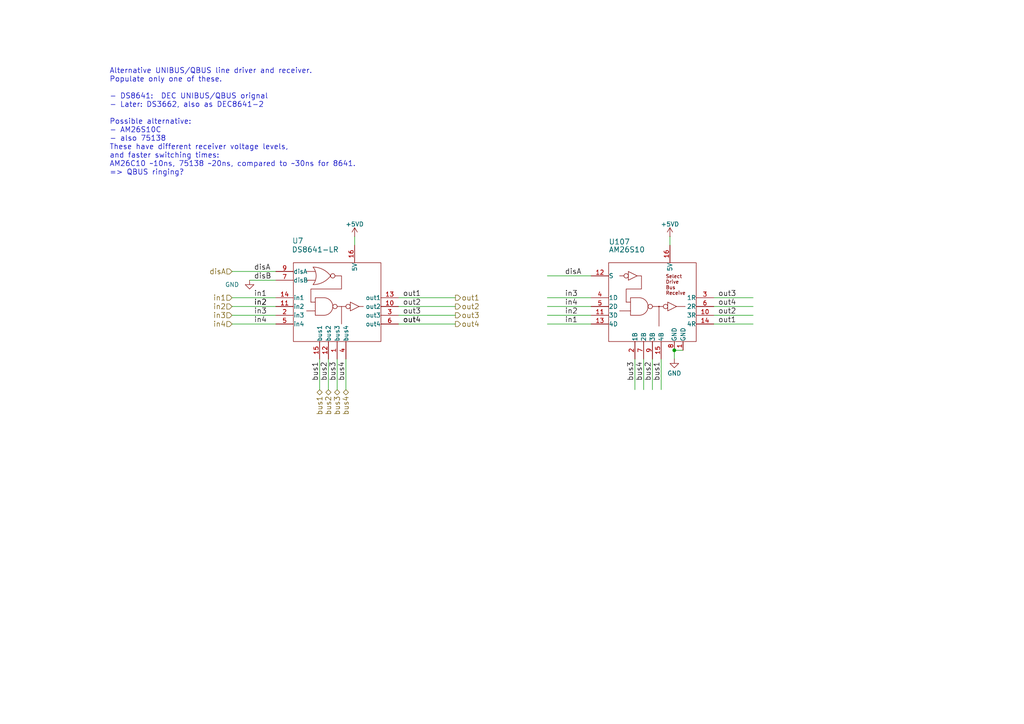
<source format=kicad_sch>
(kicad_sch (version 20231120) (generator "eeschema") (generator_version "8.0")
  (paper "A4")
  (title_block (date "2024-07-15"))
  (lib_symbols
    (symbol "+5VD_1" (power) (pin_numbers hide) (pin_names (offset 0) hide)
      (property "Value" "+5VD" (at 0 3.556 0))
      (symbol "+5VD_1_0_1"
        (polyline (pts (xy -0.762 1.27) (xy 0 2.54)))
        (polyline (pts (xy 0 0) (xy 0 2.54)))
        (polyline (pts (xy 0 2.54) (xy 0.762 1.27)))
      )
      (symbol "+5VD_1_1_1"
        (pin power_in line (at 0 0 90) (length 0) (name "~") (number "1"))
      )
    )
    (symbol "GND_1" (power) (pin_numbers hide) (pin_names (offset 0) hide)
      (property "Value" "GND" (at 0 -3.81 0))
      (symbol "GND_1_0_1"
        (polyline (pts (xy 0 0) (xy 0 -1.27) (xy 1.27 -1.27) (xy 0 -2.54) (xy -1.27 -1.27) (xy 0 -1.27)))
      )
      (symbol "GND_1_1_1"
        (pin power_in line (at 0 0 270) (length 0) (name "~") (number "1"))
      )
    )
    (symbol "jh:AM26S10" (pin_names (offset 0.0254))
      (property "Reference" "U" (at 10.16 19.05 0))
      (property "Value" "AM26S10" (at -6.35 19.05 0))
      (symbol "AM26S10_0_1"
        (rectangle (start -12.7 17.78) (end 12.7 -5.08))
        (circle (center -7.62 13.97) (radius 0.635))
        (arc (start -3.81 2.54) (mid -1.281 5.08) (end -3.81 7.62))
        (circle (center -0.635 5.08) (radius 0.635))
        (polyline (pts (xy -9.525 3.81) (xy -6.35 3.81)))
        (polyline (pts (xy -8.255 13.97) (xy -9.525 13.97)))
        (polyline (pts (xy -7.62 6.35) (xy -6.35 6.35)))
        (polyline (pts (xy -6.35 2.54) (xy -3.81 2.54)))
        (polyline (pts (xy -6.35 7.62) (xy -6.35 2.54)))
        (polyline (pts (xy -6.35 7.62) (xy -3.81 7.62)))
        (polyline (pts (xy 0 5.08) (xy 3.175 5.08)))
        (polyline (pts (xy 6.985 5.08) (xy 9.525 5.08)))
        (polyline (pts (xy -6.985 15.24) (xy -6.985 12.7) (xy -4.445 13.97) (xy -6.985 15.24)))
        (polyline (pts (xy 4.445 6.35) (xy 4.445 3.81) (xy 6.985 5.08) (xy 4.445 6.35)))
        (polyline (pts (xy -7.62 6.35) (xy -7.62 10.16) (xy -3.175 10.16) (xy -3.175 13.97) (xy -4.445 13.97)))
        (circle (center 3.81 5.08) (radius 0.635))
      )
      (symbol "AM26S10_1_1"
        (polyline (pts (xy 1.905 5.08) (xy 1.905 -0.635)))
        (circle (center 1.905 5.08) (radius 0.0001))
        (circle (center 1.905 5.08) (radius 0.127))
        (text "Select\nDrive\nBus\nReceive" (at 3.81 11.43 0) (effects (font (size 1 1)) (justify left)))
        (pin power_in line (at 8.89 -7.62 90) (length 2.54) (name "GND") (number "1"))
        (pin output line (at 17.78 2.54 180) (length 5.08) (name "3R") (number "10"))
        (pin input line (at -17.78 2.54 0) (length 5.08) (name "3D") (number "11"))
        (pin input line (at -17.78 13.97 0) (length 5.08) (name "S") (number "12"))
        (pin input line (at -17.78 0 0) (length 5.08) (name "4D") (number "13"))
        (pin output line (at 17.78 0 180) (length 5.08) (name "4R") (number "14"))
        (pin open_collector line (at 2.54 -10.16 90) (length 5.08) (name "4B") (number "15"))
        (pin power_in line (at 5.08 22.86 270) (length 5.08) (name "5V") (number "16"))
        (pin open_collector line (at -5.08 -10.16 90) (length 5.08) (name "1B") (number "2"))
        (pin output line (at 17.78 7.62 180) (length 5.08) (name "1R") (number "3"))
        (pin input line (at -17.78 7.62 0) (length 5.08) (name "1D") (number "4"))
        (pin input line (at -17.78 5.08 0) (length 5.08) (name "2D") (number "5"))
        (pin output line (at 17.78 5.08 180) (length 5.08) (name "2R") (number "6"))
        (pin open_collector line (at -2.54 -10.16 90) (length 5.08) (name "2B") (number "7"))
        (pin power_in line (at 6.35 -7.62 90) (length 2.54) (name "GND") (number "8"))
        (pin open_collector line (at 0 -10.16 90) (length 5.08) (name "3B") (number "9"))
      )
    )
    (symbol "jh:DS8641-LR" (pin_names (offset 0.0254))
      (property "Reference" "U" (at 10.16 19.05 0))
      (property "Value" "DS8641-LR" (at -6.35 19.05 0))
      (symbol "DS8641-LR_0_1"
        (rectangle (start -12.7 17.78) (end 12.7 -5.08))
        (arc (start -6.985 11.43) (mid -6.094 13.97) (end -6.985 16.51))
        (arc (start -6.985 11.43) (mid -4.1452 12.1004) (end -1.905 13.97))
        (arc (start -3.81 2.54) (mid -1.281 5.08) (end -3.81 7.62))
        (arc (start -1.905 13.97) (mid -4.1452 15.8396) (end -6.985 16.51))
        (circle (center -1.27 13.97) (radius 0.635))
        (circle (center -0.635 5.08) (radius 0.635))
        (polyline (pts (xy -8.89 3.81) (xy -6.35 3.81)))
        (polyline (pts (xy -8.89 12.7) (xy -6.35 12.7)))
        (polyline (pts (xy -8.89 15.24) (xy -6.35 15.24)))
        (polyline (pts (xy -7.62 6.35) (xy -6.35 6.35)))
        (polyline (pts (xy -6.35 2.54) (xy -3.81 2.54)))
        (polyline (pts (xy -6.35 7.62) (xy -6.35 2.54)))
        (polyline (pts (xy -6.35 7.62) (xy -3.81 7.62)))
        (polyline (pts (xy 0 5.08) (xy 2.54 5.08)))
        (polyline (pts (xy 1.27 5.08) (xy 1.27 0)))
        (polyline (pts (xy 6.35 5.08) (xy 7.62 5.08)))
        (polyline (pts (xy 3.81 6.35) (xy 3.81 3.81) (xy 6.35 5.08) (xy 3.81 6.35)))
        (polyline (pts (xy -7.62 6.35) (xy -7.62 10.16) (xy 1.27 10.16) (xy 1.27 13.97) (xy -0.635 13.97)))
        (circle (center 3.175 5.08) (radius 0.635))
        (pin input line (at -17.78 12.7 0) (length 5.08) (name "disB") (number "7"))
        (pin input line (at -17.78 15.24 0) (length 5.08) (name "disA") (number "9"))
      )
      (symbol "DS8641-LR_1_1"
        (pin open_collector line (at 0 -10.16 90) (length 5.08) (name "bus3") (number "1"))
        (pin output line (at 17.78 5.08 180) (length 5.08) (name "out2") (number "10"))
        (pin input line (at -17.78 5.08 0) (length 5.08) (name "in2") (number "11"))
        (pin open_collector line (at -2.54 -10.16 90) (length 5.08) (name "bus2") (number "12"))
        (pin output line (at 17.78 7.62 180) (length 5.08) (name "out1") (number "13"))
        (pin input line (at -17.78 7.62 0) (length 5.08) (name "in1") (number "14"))
        (pin open_collector line (at -5.08 -10.16 90) (length 5.08) (name "bus1") (number "15"))
        (pin power_in line (at 5.08 22.86 270) (length 5.08) (name "5V") (number "16"))
        (pin input line (at -17.78 2.54 0) (length 5.08) (name "in3") (number "2"))
        (pin output line (at 17.78 2.54 180) (length 5.08) (name "out3") (number "3"))
        (pin open_collector line (at 2.54 -10.16 90) (length 5.08) (name "bus4") (number "4"))
        (pin input line (at -17.78 0 0) (length 5.08) (name "in4") (number "5"))
        (pin output line (at 17.78 0 180) (length 5.08) (name "out4") (number "6"))
        (pin power_in line (at 7.62 -5.08 90) (length 0) hide (name "GND") (number "8"))
      )
    )
    (symbol "power:+5VD" (power) (pin_numbers hide) (pin_names (offset 0) hide)
      (property "Value" "+5VD" (at 0 3.556 0))
      (symbol "+5VD_0_1"
        (polyline (pts (xy -0.762 1.27) (xy 0 2.54)))
        (polyline (pts (xy 0 0) (xy 0 2.54)))
        (polyline (pts (xy 0 2.54) (xy 0.762 1.27)))
      )
      (symbol "+5VD_1_1"
        (pin power_in line (at 0 0 90) (length 0) (name "~") (number "1"))
      )
    )
    (symbol "power:GND" (power) (pin_numbers hide) (pin_names (offset 0) hide)
      (property "Value" "GND" (at 0 -3.81 0))
      (symbol "GND_0_1"
        (polyline (pts (xy 0 0) (xy 0 -1.27) (xy 1.27 -1.27) (xy 0 -2.54) (xy -1.27 -1.27) (xy 0 -1.27)))
      )
      (symbol "GND_1_1"
        (pin power_in line (at 0 0 270) (length 0) (name "~") (number "1"))
      )
    )
  )
  (junction (at 195.58 101.6))
  (wire (pts (xy 115.57 91.44) (xy 132.08 91.44)))
  (wire (pts (xy 102.87 68.58) (xy 102.87 71.12)))
  (wire (pts (xy 67.31 88.9) (xy 80.01 88.9)))
  (wire (pts (xy 158.75 93.98) (xy 171.45 93.98)))
  (wire (pts (xy 115.57 86.36) (xy 132.08 86.36)))
  (wire (pts (xy 195.58 101.6) (xy 198.12 101.6)))
  (wire (pts (xy 67.31 86.36) (xy 80.01 86.36)))
  (wire (pts (xy 158.75 86.36) (xy 171.45 86.36)))
  (wire (pts (xy 115.57 93.98) (xy 132.08 93.98)))
  (wire (pts (xy 195.58 101.6) (xy 195.58 104.14)))
  (wire (pts (xy 207.01 86.36) (xy 218.44 86.36)))
  (wire (pts (xy 186.69 104.14) (xy 186.69 113.03)))
  (wire (pts (xy 158.75 80.01) (xy 171.45 80.01)))
  (wire (pts (xy 97.79 104.14) (xy 97.79 113.03)))
  (wire (pts (xy 184.15 104.14) (xy 184.15 113.03)))
  (wire (pts (xy 207.01 88.9) (xy 218.44 88.9)))
  (wire (pts (xy 191.77 104.14) (xy 191.77 113.03)))
  (wire (pts (xy 158.75 91.44) (xy 171.45 91.44)))
  (wire (pts (xy 207.01 93.98) (xy 218.44 93.98)))
  (wire (pts (xy 72.39 81.28) (xy 80.01 81.28)))
  (wire (pts (xy 189.23 104.14) (xy 189.23 113.03)))
  (wire (pts (xy 95.25 104.14) (xy 95.25 113.03)))
  (wire (pts (xy 158.75 88.9) (xy 171.45 88.9)))
  (wire (pts (xy 67.31 93.98) (xy 80.01 93.98)))
  (wire (pts (xy 67.31 91.44) (xy 80.01 91.44)))
  (wire (pts (xy 115.57 88.9) (xy 132.08 88.9)))
  (wire (pts (xy 194.31 68.58) (xy 194.31 71.12)))
  (wire (pts (xy 92.71 104.14) (xy 92.71 113.03)))
  (wire (pts (xy 207.01 91.44) (xy 218.44 91.44)))
  (wire (pts (xy 67.31 78.74) (xy 80.01 78.74)))
  (wire (pts (xy 100.33 104.14) (xy 100.33 113.03)))
  (text "Alternative UNIBUS/QBUS line driver and receiver.\nPopulate only one of these.\n\n- DS8641:  DEC UNIBUS/QBUS orignal\n- Later: DS3662, also as DEC8641-2\n\nPossible alternative:\n- AM26S10C \n- also 75138\nThese have different receiver voltage levels,\nand faster switching times:\nAM26C10 ~10ns, 75138 ~20ns, compared to ~30ns for 8641.\n=> QBUS ringing?\n\n\n" (at 31.75 55.88 0) (effects (font (size 1.524 1.524)) (justify left bottom)))
  (label "bus1" (at 92.71 110.49 90) (effects (font (size 1.524 1.524))))
  (label "bus4" (at 186.69 110.49 90) (effects (font (size 1.524 1.524))))
  (label "disA" (at 163.83 80.01 0) (effects (font (size 1.524 1.524))))
  (label "in1" (at 163.83 93.98 0) (effects (font (size 1.524 1.524))))
  (label "bus1" (at 191.77 110.49 90) (effects (font (size 1.524 1.524))))
  (label "in1" (at 73.66 86.36 0) (effects (font (size 1.524 1.524))))
  (label "in4" (at 73.66 93.98 0) (effects (font (size 1.524 1.524))))
  (label "out3" (at 208.28 86.36 0) (effects (font (size 1.524 1.524))))
  (label "disB" (at 73.66 81.28 0) (effects (font (size 1.524 1.524))))
  (label "out4" (at 116.84 93.98 0) (effects (font (size 1.524 1.524))))
  (label "in4" (at 163.83 88.9 0) (effects (font (size 1.524 1.524))))
  (label "bus3" (at 97.79 110.49 90) (effects (font (size 1.524 1.524))))
  (label "bus2" (at 95.25 110.49 90) (effects (font (size 1.524 1.524))))
  (label "disA" (at 73.66 78.74 0) (effects (font (size 1.524 1.524))))
  (label "out4" (at 116.84 93.98 0) (effects (font (size 1.524 1.524))))
  (label "out3" (at 116.84 91.44 0) (effects (font (size 1.524 1.524))))
  (label "bus3" (at 184.15 110.49 90) (effects (font (size 1.524 1.524))))
  (label "in2" (at 73.66 88.9 0) (effects (font (size 1.524 1.524))))
  (label "in3" (at 163.83 86.36 0) (effects (font (size 1.524 1.524))))
  (label "in3" (at 73.66 91.44 0) (effects (font (size 1.524 1.524))))
  (label "bus2" (at 189.23 110.49 90) (effects (font (size 1.524 1.524))))
  (label "out1" (at 208.28 93.98 0) (effects (font (size 1.524 1.524))))
  (label "out2" (at 208.28 91.44 0) (effects (font (size 1.524 1.524))))
  (label "in2" (at 163.83 91.44 0) (effects (font (size 1.524 1.524))))
  (label "bus4" (at 100.33 110.49 90) (effects (font (size 1.524 1.524))))
  (label "out4" (at 208.28 88.9 0) (effects (font (size 1.524 1.524))))
  (label "out1" (at 116.84 86.36 0) (effects (font (size 1.524 1.524))))
  (label "in2" (at 73.66 88.9 0) (effects (font (size 1.524 1.524))))
  (label "out2" (at 116.84 88.9 0) (effects (font (size 1.524 1.524))))
  (hierarchical_label "bus2" (shape bidirectional) (at 95.25 113.03 270) (effects (font (size 1.524 1.524))))
  (hierarchical_label "in3" (shape input) (at 67.31 91.44 180) (effects (font (size 1.524 1.524))))
  (hierarchical_label "bus3" (shape bidirectional) (at 97.79 113.03 270) (effects (font (size 1.524 1.524))))
  (hierarchical_label "in1" (shape input) (at 67.31 86.36 180) (effects (font (size 1.524 1.524))))
  (hierarchical_label "in2" (shape input) (at 67.31 88.9 180) (effects (font (size 1.524 1.524))))
  (hierarchical_label "disA" (shape input) (at 67.31 78.74 180) (effects (font (size 1.524 1.524))))
  (hierarchical_label "bus4" (shape bidirectional) (at 100.33 113.03 270) (effects (font (size 1.524 1.524))))
  (hierarchical_label "bus1" (shape bidirectional) (at 92.71 113.03 270) (effects (font (size 1.524 1.524))))
  (hierarchical_label "out3" (shape output) (at 132.08 91.44 0) (effects (font (size 1.524 1.524))))
  (hierarchical_label "out2" (shape output) (at 132.08 88.9 0) (effects (font (size 1.524 1.524))))
  (hierarchical_label "in4" (shape input) (at 67.31 93.98 180) (effects (font (size 1.524 1.524))))
  (hierarchical_label "out4" (shape output) (at 132.08 93.98 0) (effects (font (size 1.524 1.524))))
  (hierarchical_label "out1" (shape output) (at 132.08 86.36 0) (effects (font (size 1.524 1.524))))
  (symbol (lib_id "power:GND") (at 195.58 104.14 0) (unit 1)
    (property "Reference" "#PWR0191" (effects (hide yes)))
    (property "Value" "GND" (at 195.58 108.2755 0))
    (property "Description" "Power symbol creates a global label with name \"GND\" , ground" (effects (hide yes)))
    (instances (project "unibone" (path "" (reference "#PWR0191") (unit 1)) (path "" (reference "#PWR0106") (unit 1)) (path "" (reference "#PWR0105") (unit 1)) (path "" (reference "#PWR0145") (unit 1)) (path "" (reference "#PWR0178") (unit 1)) (path "" (reference "#PWR0157") (unit 1)) (path "" (reference "#PWR0170") (unit 1)) (path "" (reference "#PWR0149") (unit 1)) (path "" (reference "#PWR0182") (unit 1)) (path "" (reference "#PWR0161") (unit 1)) (path "" (reference "#PWR0186") (unit 1)) (path "" (reference "#PWR0165") (unit 1)) (path "" (reference "#PWR0174") (unit 1)) (path "" (reference "#PWR0153") (unit 1)) (path "" (reference "#PWR0190") (unit 1)) (path "" (reference "#PWR0169") (unit 1))))
  )
  (symbol (lib_name "+5VD_1") (lib_id "power:+5VD") (at 102.87 68.58 0) (unit 1)
    (property "Reference" "#PWR0124" (effects (hide yes)))
    (property "Value" "+5VD" (at 102.87 65.024 0))
    (property "Description" "Power symbol creates a global label with name \"+5VD\"" (effects (hide yes)))
    (instances (project "unibone" (path "" (reference "#PWR0124") (unit 1)) (path "" (reference "#PWR076") (unit 1)) (path "" (reference "#PWR075") (unit 1)) (path "" (reference "#PWR057") (unit 1)) (path "" (reference "#PWR0176") (unit 1)) (path "" (reference "#PWR0155") (unit 1)) (path "" (reference "#PWR0123") (unit 1)) (path "" (reference "#PWR0147") (unit 1)) (path "" (reference "#PWR0180") (unit 1)) (path "" (reference "#PWR0159") (unit 1)) (path "" (reference "#PWR0184") (unit 1)) (path "" (reference "#PWR0163") (unit 1)) (path "" (reference "#PWR0172") (unit 1)) (path "" (reference "#PWR0151") (unit 1)) (path "" (reference "#PWR0188") (unit 1)) (path "" (reference "#PWR0167") (unit 1))))
  )
  (symbol (lib_id "jh:DS8641-LR") (at 97.79 93.98 0) (unit 1)
    (property "Reference" "U7" (at 86.36 69.85 0) (effects (font (size 1.524 1.524))))
    (property "Value" "DS8641-LR" (at 91.44 72.39 0) (effects (font (size 1.524 1.524))))
    (property "Footprint" "Package_DIP:DIP-16_W7.62mm" (effects (hide yes)))
    (instances (project "unibone" (path "" (reference "U7") (unit 1)) (path "" (reference "U8") (unit 1)) (path "" (reference "U12") (unit 1)) (path "" (reference "U11") (unit 1)) (path "" (reference "U16") (unit 1)) (path "" (reference "U15") (unit 1)) (path "" (reference "U20") (unit 1)) (path "" (reference "U19") (unit 1)) (path "" (reference "U24") (unit 1)) (path "" (reference "U23") (unit 1)) (path "" (reference "U28") (unit 1)) (path "" (reference "U27") (unit 1)) (path "" (reference "U32") (unit 1)) (path "" (reference "U31") (unit 1)) (path "" (reference "U36") (unit 1)) (path "" (reference "U35") (unit 1))))
  )
  (symbol (lib_id "jh:AM26S10") (at 189.23 93.98 0) (unit 1)
    (property "Reference" "U107" (at 176.53 70.1358 0) (effects (font (size 1.524 1.524)) (justify left)))
    (property "Value" "AM26S10" (at 176.53 72.39 0) (effects (font (size 1.524 1.524)) (justify left)))
    (property "Footprint" "Package_DIP:DIP-16_W7.62mm" (effects (hide yes)))
    (instances (project "unibone" (path "" (reference "U107") (unit 1)) (path "" (reference "U108") (unit 1)) (path "" (reference "U112") (unit 1)) (path "" (reference "U111") (unit 1)) (path "" (reference "U116") (unit 1)) (path "" (reference "U115") (unit 1)) (path "" (reference "U120") (unit 1)) (path "" (reference "U119") (unit 1)) (path "" (reference "U124") (unit 1)) (path "" (reference "U123") (unit 1)) (path "" (reference "U128") (unit 1)) (path "" (reference "U127") (unit 1)) (path "" (reference "U132") (unit 1)) (path "" (reference "U131") (unit 1)) (path "" (reference "U136") (unit 1)) (path "" (reference "U135") (unit 1))))
  )
  (symbol (lib_id "power:+5VD") (at 194.31 68.58 0) (unit 1)
    (property "Reference" "#PWR0133" (effects (hide yes)))
    (property "Value" "+5VD" (at 194.31 65.024 0))
    (property "Description" "Power symbol creates a global label with name \"+5VD\"" (effects (hide yes)))
    (instances (project "unibone" (path "" (reference "#PWR0133") (unit 1)) (path "" (reference "#PWR085") (unit 1)) (path "" (reference "#PWR084") (unit 1)) (path "" (reference "#PWR0144") (unit 1)) (path "" (reference "#PWR0177") (unit 1)) (path "" (reference "#PWR0156") (unit 1)) (path "" (reference "#PWR0132") (unit 1)) (path "" (reference "#PWR0148") (unit 1)) (path "" (reference "#PWR0181") (unit 1)) (path "" (reference "#PWR0160") (unit 1)) (path "" (reference "#PWR0185") (unit 1)) (path "" (reference "#PWR0164") (unit 1)) (path "" (reference "#PWR0173") (unit 1)) (path "" (reference "#PWR0152") (unit 1)) (path "" (reference "#PWR0189") (unit 1)) (path "" (reference "#PWR0168") (unit 1))))
  )
  (symbol (lib_name "GND_1") (lib_id "power:GND") (at 72.39 81.28 0) (unit 1)
    (property "Reference" "#PWR0115" (effects (hide yes)))
    (property "Value" "GND" (at 67.31 82.55 0))
    (property "Description" "Power symbol creates a global label with name \"GND\" , ground" (effects (hide yes)))
    (instances (project "unibone" (path "" (reference "#PWR0115") (unit 1)) (path "" (reference "#PWR067") (unit 1)) (path "" (reference "#PWR066") (unit 1)) (path "" (reference "#PWR046") (unit 1)) (path "" (reference "#PWR0175") (unit 1)) (path "" (reference "#PWR0154") (unit 1)) (path "" (reference "#PWR0114") (unit 1)) (path "" (reference "#PWR0146") (unit 1)) (path "" (reference "#PWR0179") (unit 1)) (path "" (reference "#PWR0158") (unit 1)) (path "" (reference "#PWR0183") (unit 1)) (path "" (reference "#PWR0162") (unit 1)) (path "" (reference "#PWR0171") (unit 1)) (path "" (reference "#PWR0150") (unit 1)) (path "" (reference "#PWR0187") (unit 1)) (path "" (reference "#PWR0166") (unit 1))))
  )
)
</source>
